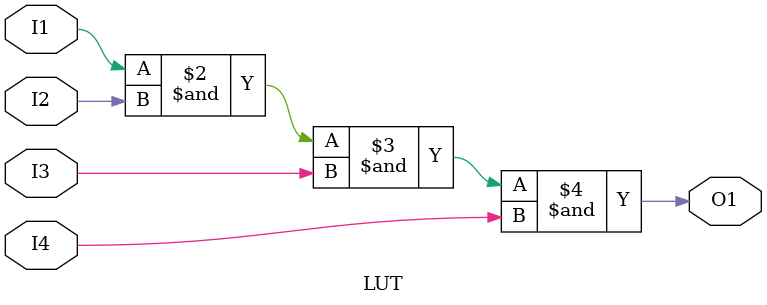
<source format=v>

module LUT(I1,I2,I3,I4,O1);
    input I1,I2,I3,I4;            // Data input
    output O1;       // output Q

//simple flipflop example
    always @(I1 , I2 , I3 , I4 )
        begin
             O1<= I1 & I2 & I3 & I4; //simple reduce AND 
        end

endmodule

</source>
